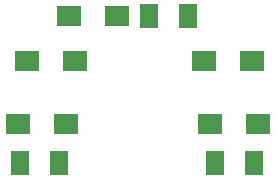
<source format=gtp>
%TF.GenerationSoftware,KiCad,Pcbnew,4.0.2+dfsg1-stable*%
%TF.CreationDate,2018-11-13T00:59:16+01:00*%
%TF.ProjectId,A500MPU-Adapter,413530304D50552D416461707465722E,rev?*%
%TF.FileFunction,Paste,Top*%
%FSLAX46Y46*%
G04 Gerber Fmt 4.6, Leading zero omitted, Abs format (unit mm)*
G04 Created by KiCad (PCBNEW 4.0.2+dfsg1-stable) date Tue 13 Nov 2018 00:59:16 CET*
%MOMM*%
G01*
G04 APERTURE LIST*
%ADD10C,0.100000*%
%ADD11R,2.000000X1.700000*%
%ADD12R,1.524000X2.032000*%
G04 APERTURE END LIST*
D10*
D11*
X146590000Y-112014000D03*
X150590000Y-112014000D03*
X147352000Y-106680000D03*
X151352000Y-106680000D03*
X162338000Y-106680000D03*
X166338000Y-106680000D03*
X150908000Y-102870000D03*
X154908000Y-102870000D03*
X166846000Y-112014000D03*
X162846000Y-112014000D03*
D12*
X157607000Y-102870000D03*
X160909000Y-102870000D03*
X166497000Y-115316000D03*
X163195000Y-115316000D03*
X149987000Y-115316000D03*
X146685000Y-115316000D03*
M02*

</source>
